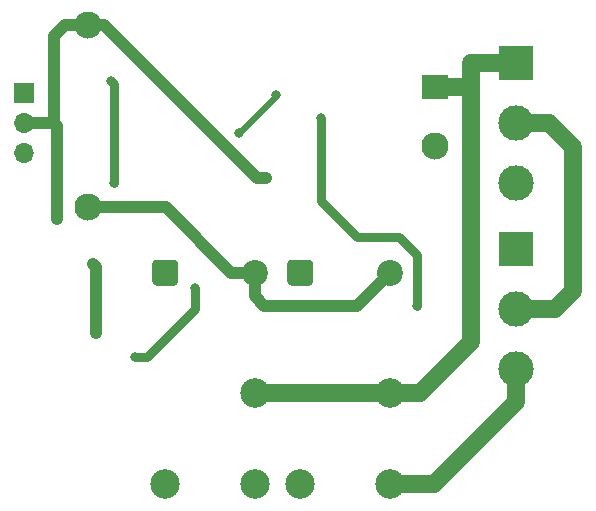
<source format=gbr>
G04 #@! TF.GenerationSoftware,KiCad,Pcbnew,5.1.9-73d0e3b20d~88~ubuntu20.04.1*
G04 #@! TF.CreationDate,2021-04-15T20:46:28+02:00*
G04 #@! TF.ProjectId,FAN-Light,46414e2d-4c69-4676-9874-2e6b69636164,rev?*
G04 #@! TF.SameCoordinates,Original*
G04 #@! TF.FileFunction,Copper,L2,Bot*
G04 #@! TF.FilePolarity,Positive*
%FSLAX46Y46*%
G04 Gerber Fmt 4.6, Leading zero omitted, Abs format (unit mm)*
G04 Created by KiCad (PCBNEW 5.1.9-73d0e3b20d~88~ubuntu20.04.1) date 2021-04-15 20:46:28*
%MOMM*%
%LPD*%
G01*
G04 APERTURE LIST*
G04 #@! TA.AperFunction,ComponentPad*
%ADD10C,2.300000*%
G04 #@! TD*
G04 #@! TA.AperFunction,ComponentPad*
%ADD11R,2.300000X2.000000*%
G04 #@! TD*
G04 #@! TA.AperFunction,ComponentPad*
%ADD12R,3.000000X3.000000*%
G04 #@! TD*
G04 #@! TA.AperFunction,ComponentPad*
%ADD13C,3.000000*%
G04 #@! TD*
G04 #@! TA.AperFunction,ComponentPad*
%ADD14C,2.500000*%
G04 #@! TD*
G04 #@! TA.AperFunction,ComponentPad*
%ADD15C,2.200000*%
G04 #@! TD*
G04 #@! TA.AperFunction,ComponentPad*
%ADD16R,1.700000X1.700000*%
G04 #@! TD*
G04 #@! TA.AperFunction,ComponentPad*
%ADD17O,1.700000X1.700000*%
G04 #@! TD*
G04 #@! TA.AperFunction,ViaPad*
%ADD18C,0.800000*%
G04 #@! TD*
G04 #@! TA.AperFunction,Conductor*
%ADD19C,1.000000*%
G04 #@! TD*
G04 #@! TA.AperFunction,Conductor*
%ADD20C,0.800000*%
G04 #@! TD*
G04 #@! TA.AperFunction,Conductor*
%ADD21C,1.500000*%
G04 #@! TD*
G04 #@! TA.AperFunction,Conductor*
%ADD22C,0.600000*%
G04 #@! TD*
G04 APERTURE END LIST*
D10*
X136970000Y-99862000D03*
X166370000Y-94662000D03*
D11*
X166370000Y-89662000D03*
D10*
X136970000Y-84462000D03*
D12*
X173228000Y-103378000D03*
D13*
X173228000Y-108458000D03*
X173228000Y-113538000D03*
D14*
X162540000Y-115610000D03*
G04 #@! TA.AperFunction,ComponentPad*
G36*
G01*
X154181000Y-104310000D02*
X155699000Y-104310000D01*
G75*
G02*
X156040000Y-104651000I0J-341000D01*
G01*
X156040000Y-106169000D01*
G75*
G02*
X155699000Y-106510000I-341000J0D01*
G01*
X154181000Y-106510000D01*
G75*
G02*
X153840000Y-106169000I0J341000D01*
G01*
X153840000Y-104651000D01*
G75*
G02*
X154181000Y-104310000I341000J0D01*
G01*
G37*
G04 #@! TD.AperFunction*
D15*
X162540000Y-105410000D03*
D14*
X162540000Y-123310000D03*
X154940000Y-123310000D03*
D13*
X173228000Y-97790000D03*
X173228000Y-92710000D03*
D12*
X173228000Y-87630000D03*
D16*
X131572000Y-90170000D03*
D17*
X131572000Y-92710000D03*
X131572000Y-95250000D03*
D14*
X143510000Y-123310000D03*
X151110000Y-123310000D03*
D15*
X151110000Y-105410000D03*
G04 #@! TA.AperFunction,ComponentPad*
G36*
G01*
X142751000Y-104310000D02*
X144269000Y-104310000D01*
G75*
G02*
X144610000Y-104651000I0J-341000D01*
G01*
X144610000Y-106169000D01*
G75*
G02*
X144269000Y-106510000I-341000J0D01*
G01*
X142751000Y-106510000D01*
G75*
G02*
X142410000Y-106169000I0J341000D01*
G01*
X142410000Y-104651000D01*
G75*
G02*
X142751000Y-104310000I341000J0D01*
G01*
G37*
G04 #@! TD.AperFunction*
D14*
X151110000Y-115610000D03*
D18*
X134366000Y-100838000D03*
X137414000Y-104648000D03*
X137668000Y-110490000D03*
X152019000Y-97409000D03*
X146034000Y-106696000D03*
X140970000Y-112522000D03*
X138938000Y-89154000D03*
X139192000Y-97790000D03*
X164855000Y-108195000D03*
X156718000Y-92360000D03*
X152908000Y-90360000D03*
X149733000Y-93599000D03*
D19*
X132080000Y-92710000D02*
X134112000Y-92710000D01*
X134112000Y-92710000D02*
X134366000Y-92964000D01*
X134366000Y-92964000D02*
X134366000Y-100076000D01*
X137668000Y-104902000D02*
X137414000Y-104648000D01*
X137668000Y-110490000D02*
X137668000Y-104902000D01*
D20*
X140970000Y-112522000D02*
X141986000Y-112522000D01*
X146034000Y-108474000D02*
X146034000Y-106696000D01*
X141986000Y-112522000D02*
X146034000Y-108474000D01*
D19*
X134366000Y-100838000D02*
X134366000Y-100076000D01*
X152019000Y-97409000D02*
X151257000Y-97409000D01*
X138310000Y-84462000D02*
X136970000Y-84462000D01*
X151257000Y-97409000D02*
X138310000Y-84462000D01*
X134994000Y-84462000D02*
X136970000Y-84462000D01*
X134112000Y-85344000D02*
X134994000Y-84462000D01*
X134112000Y-92710000D02*
X134112000Y-85344000D01*
D20*
X139192000Y-89408000D02*
X138938000Y-89154000D01*
X139192000Y-97790000D02*
X139192000Y-89408000D01*
D19*
X151110000Y-105410000D02*
X151110000Y-107422000D01*
X151110000Y-107422000D02*
X151892000Y-108204000D01*
X159746000Y-108204000D02*
X162540000Y-105410000D01*
X151892000Y-108204000D02*
X159746000Y-108204000D01*
X151110000Y-105410000D02*
X149098000Y-105410000D01*
X143550000Y-99862000D02*
X136970000Y-99862000D01*
X149098000Y-105410000D02*
X143550000Y-99862000D01*
D21*
X169418000Y-87630000D02*
X172720000Y-87630000D01*
X151110000Y-115610000D02*
X162540000Y-115610000D01*
X162540000Y-115610000D02*
X165060000Y-115610000D01*
X165060000Y-115610000D02*
X169418000Y-111252000D01*
X169164000Y-89662000D02*
X169418000Y-89408000D01*
X166370000Y-89662000D02*
X169164000Y-89662000D01*
X169418000Y-89408000D02*
X169418000Y-87630000D01*
X169418000Y-111252000D02*
X169418000Y-89408000D01*
D20*
X164855000Y-108195000D02*
X164855000Y-103895000D01*
X163322000Y-102362000D02*
X159766000Y-102362000D01*
X164855000Y-103895000D02*
X163322000Y-102362000D01*
X156718000Y-99314000D02*
X156718000Y-94742000D01*
X159766000Y-102362000D02*
X156718000Y-99314000D01*
X156718000Y-94742000D02*
X156718000Y-92360000D01*
D22*
X149733000Y-93599000D02*
X152908000Y-90424000D01*
D21*
X162540000Y-123310000D02*
X166250000Y-123310000D01*
X173228000Y-116332000D02*
X173228000Y-113538000D01*
X166250000Y-123310000D02*
X173228000Y-116332000D01*
X178054000Y-94742000D02*
X176022000Y-92710000D01*
X176022000Y-92710000D02*
X173228000Y-92710000D01*
X178054000Y-106934000D02*
X178054000Y-94742000D01*
X176530000Y-108458000D02*
X178054000Y-106934000D01*
X173228000Y-108458000D02*
X176530000Y-108458000D01*
M02*

</source>
